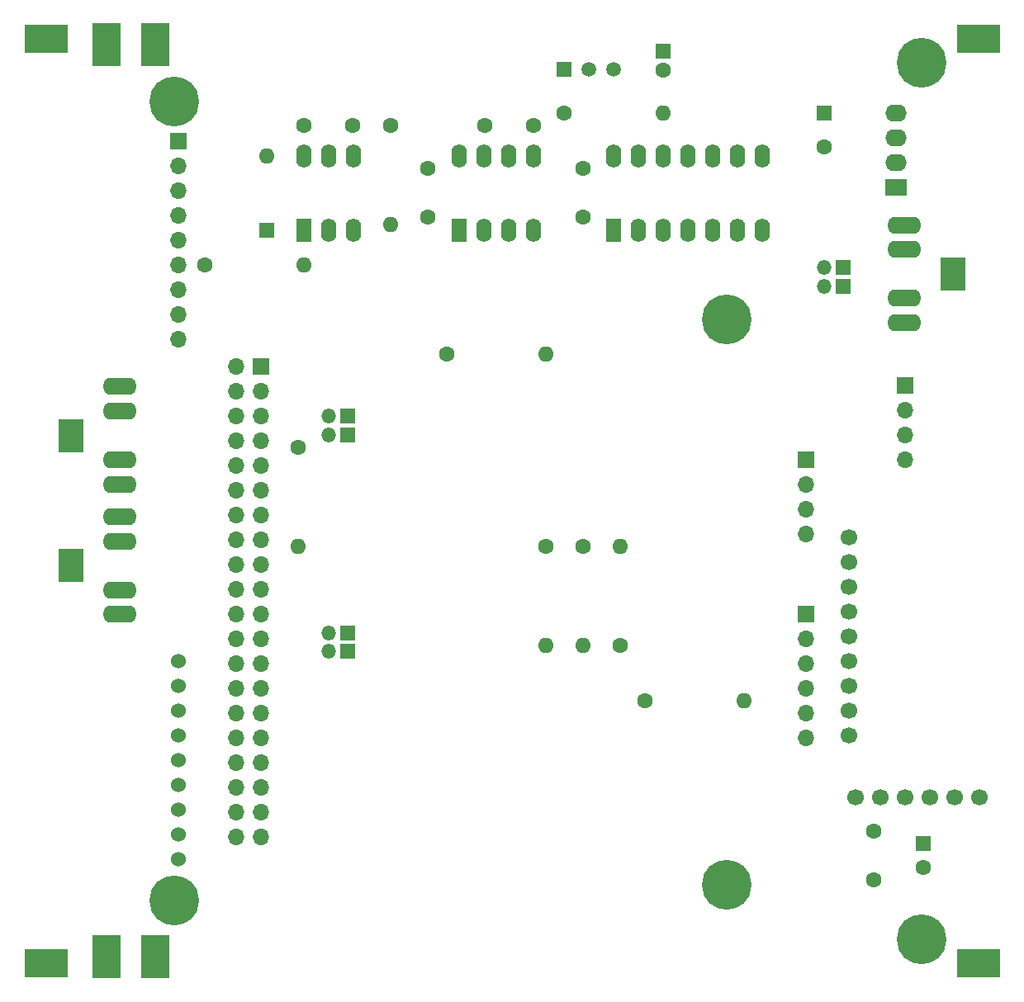
<source format=gts>
G04 #@! TF.GenerationSoftware,KiCad,Pcbnew,(5.1.8)-1*
G04 #@! TF.CreationDate,2023-02-02T03:17:37+01:00*
G04 #@! TF.ProjectId,BulkyMIDI-32 Internal,42756c6b-794d-4494-9449-2d333220496e,rev?*
G04 #@! TF.SameCoordinates,Original*
G04 #@! TF.FileFunction,Soldermask,Top*
G04 #@! TF.FilePolarity,Negative*
%FSLAX46Y46*%
G04 Gerber Fmt 4.6, Leading zero omitted, Abs format (unit mm)*
G04 Created by KiCad (PCBNEW (5.1.8)-1) date 2023-02-02 03:17:37*
%MOMM*%
%LPD*%
G01*
G04 APERTURE LIST*
%ADD10O,1.600000X1.600000*%
%ADD11C,1.600000*%
%ADD12O,1.500000X1.500000*%
%ADD13R,1.500000X1.500000*%
%ADD14O,1.700000X1.700000*%
%ADD15R,1.700000X1.700000*%
%ADD16C,5.100000*%
%ADD17C,1.700000*%
%ADD18C,1.524000*%
%ADD19R,2.200000X1.740000*%
%ADD20O,2.200000X1.740000*%
%ADD21R,1.600000X1.600000*%
%ADD22R,3.000000X4.400000*%
%ADD23R,4.400000X3.000000*%
%ADD24R,2.500000X3.500000*%
%ADD25O,3.500000X1.750000*%
%ADD26C,1.500000*%
%ADD27R,1.600000X2.400000*%
%ADD28O,1.600000X2.400000*%
G04 APERTURE END LIST*
D10*
X155060000Y-86019000D03*
D11*
X144900000Y-86019000D03*
D10*
X167125000Y-61254000D03*
D11*
X156965000Y-61254000D03*
D10*
X158870000Y-115864000D03*
D11*
X158870000Y-105704000D03*
D12*
X132835000Y-92369000D03*
X132835000Y-94274000D03*
D13*
X134740000Y-92369000D03*
X134740000Y-94274000D03*
D12*
X183635000Y-77129000D03*
X183635000Y-79034000D03*
D13*
X185540000Y-77129000D03*
X185540000Y-79034000D03*
D12*
X132835000Y-114594000D03*
X132835000Y-116499000D03*
D13*
X134740000Y-114594000D03*
X134740000Y-116499000D03*
D14*
X123310000Y-92369000D03*
X125850000Y-89829000D03*
X125850000Y-105069000D03*
X123310000Y-105069000D03*
X123310000Y-89829000D03*
X125850000Y-92369000D03*
X123310000Y-87289000D03*
D15*
X125850000Y-87289000D03*
D14*
X125850000Y-115229000D03*
X123310000Y-115229000D03*
X125850000Y-99989000D03*
X123310000Y-99989000D03*
X125850000Y-120309000D03*
X123310000Y-120309000D03*
X125850000Y-102529000D03*
X123310000Y-102529000D03*
X125850000Y-97449000D03*
X123310000Y-97449000D03*
X125850000Y-110149000D03*
X123310000Y-110149000D03*
X125850000Y-133009000D03*
X123310000Y-133009000D03*
X125850000Y-127929000D03*
X123310000Y-127929000D03*
X125850000Y-130469000D03*
X123310000Y-130469000D03*
X125850000Y-107609000D03*
X123310000Y-107609000D03*
X125850000Y-125389000D03*
X123310000Y-125389000D03*
X125850000Y-94909000D03*
X123310000Y-94909000D03*
X125850000Y-122849000D03*
X123310000Y-122849000D03*
X125850000Y-112689000D03*
X123310000Y-112689000D03*
X125850000Y-117769000D03*
X123310000Y-117769000D03*
X125850000Y-135549000D03*
X123310000Y-135549000D03*
D16*
X173580000Y-140419000D03*
X173580000Y-82419000D03*
D10*
X162680000Y-105704000D03*
D11*
X162680000Y-115864000D03*
D10*
X175380000Y-121579000D03*
D11*
X165220000Y-121579000D03*
D10*
X139185000Y-72684000D03*
D11*
X139185000Y-62524000D03*
D10*
X130295000Y-76865000D03*
D11*
X120135000Y-76865000D03*
D10*
X129660000Y-105704000D03*
D11*
X129660000Y-95544000D03*
D10*
X155060000Y-115864000D03*
D11*
X155060000Y-105704000D03*
D17*
X199510000Y-131439000D03*
X196970000Y-131439000D03*
X194430000Y-131439000D03*
X191890000Y-131439000D03*
X189350000Y-131439000D03*
X186810000Y-131439000D03*
X186175000Y-104769000D03*
X186175000Y-107309000D03*
X186175000Y-109849000D03*
X186175000Y-112389000D03*
X186175000Y-114929000D03*
X186175000Y-117469000D03*
X186175000Y-120009000D03*
X186175000Y-122549000D03*
X186175000Y-125089000D03*
D18*
X117391800Y-137825000D03*
X117391800Y-135285000D03*
X117391800Y-132745000D03*
X117391800Y-130205000D03*
X117391800Y-127665000D03*
X117391800Y-125125000D03*
X117391800Y-122585000D03*
X117391800Y-120045000D03*
X117391800Y-117505000D03*
D14*
X117391800Y-84485000D03*
X117391800Y-81945000D03*
X117391800Y-79405000D03*
X117391800Y-76865000D03*
X117391800Y-74325000D03*
D15*
X117391800Y-64165000D03*
D14*
X117391800Y-66705000D03*
X117391800Y-69245000D03*
X117391800Y-71785000D03*
D16*
X116960000Y-60100000D03*
X116960000Y-142000000D03*
X193600000Y-146000000D03*
X193600000Y-56100000D03*
D19*
X191001000Y-68874000D03*
D20*
X191001000Y-66334000D03*
X191001000Y-63794000D03*
X191001000Y-61254000D03*
D11*
X130295000Y-62524000D03*
X135295000Y-62524000D03*
X188715000Y-134914000D03*
X188715000Y-139914000D03*
D21*
X193795000Y-136184000D03*
D11*
X193795000Y-138684000D03*
D21*
X183635000Y-61254000D03*
D11*
X183635000Y-64754000D03*
D21*
X126485000Y-73319000D03*
D10*
X126485000Y-65699000D03*
D14*
X191890000Y-96814000D03*
X191890000Y-94274000D03*
X191890000Y-91734000D03*
D15*
X191890000Y-89194000D03*
D22*
X110000400Y-54284400D03*
X115004200Y-147807200D03*
X110000400Y-147807200D03*
D23*
X103802800Y-148493000D03*
D22*
X115004200Y-54284400D03*
D23*
X199408400Y-53624000D03*
X199408400Y-148493000D03*
X103802800Y-53624000D03*
D15*
X181730000Y-112689000D03*
D14*
X181730000Y-115229000D03*
X181730000Y-117769000D03*
X181730000Y-120309000D03*
X181730000Y-122849000D03*
X181730000Y-125389000D03*
D24*
X106353001Y-94335000D03*
D25*
X111359001Y-89335000D03*
X111359001Y-99335000D03*
X111359001Y-91835000D03*
X111359001Y-96835000D03*
X191840999Y-75264000D03*
X191840999Y-80264000D03*
X191840999Y-72764000D03*
X191840999Y-82764000D03*
D24*
X196846999Y-77764000D03*
X106353001Y-107675000D03*
D25*
X111359001Y-102675000D03*
X111359001Y-112675000D03*
X111359001Y-105175000D03*
X111359001Y-110175000D03*
D11*
X158870000Y-66969000D03*
X158870000Y-71969000D03*
D15*
X181730000Y-96814000D03*
D14*
X181730000Y-99354000D03*
X181730000Y-101894000D03*
X181730000Y-104434000D03*
D21*
X167125000Y-54904000D03*
D11*
X167125000Y-56904000D03*
X148790000Y-62524000D03*
X153790000Y-62524000D03*
X142995000Y-71969000D03*
X142995000Y-66969000D03*
D26*
X159505000Y-56809000D03*
X162045000Y-56809000D03*
D13*
X156965000Y-56809000D03*
D27*
X146170000Y-73319000D03*
D28*
X153790000Y-65699000D03*
X148710000Y-73319000D03*
X151250000Y-65699000D03*
X151250000Y-73319000D03*
X148710000Y-65699000D03*
X153790000Y-73319000D03*
X146170000Y-65699000D03*
D27*
X130295000Y-73319000D03*
D28*
X135375000Y-65699000D03*
X132835000Y-73319000D03*
X132835000Y-65699000D03*
X135375000Y-73319000D03*
X130295000Y-65699000D03*
D27*
X162045000Y-73319000D03*
D28*
X177285000Y-65699000D03*
X164585000Y-73319000D03*
X174745000Y-65699000D03*
X167125000Y-73319000D03*
X172205000Y-65699000D03*
X169665000Y-73319000D03*
X169665000Y-65699000D03*
X172205000Y-73319000D03*
X167125000Y-65699000D03*
X174745000Y-73319000D03*
X164585000Y-65699000D03*
X177285000Y-73319000D03*
X162045000Y-65699000D03*
M02*

</source>
